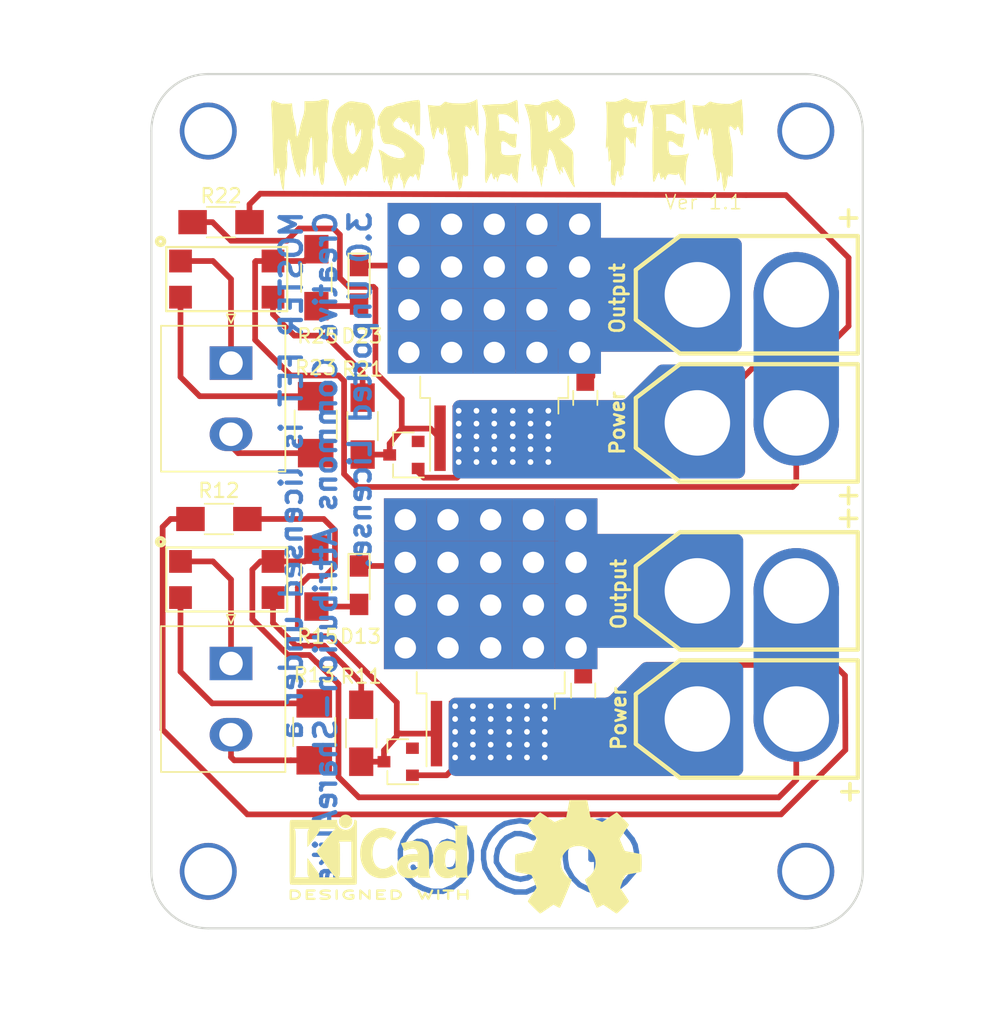
<source format=kicad_pcb>
(kicad_pcb (version 20171130) (host pcbnew "(5.1.5)-3")
  (title_block (title "MOSTER FET") (date 2020-03-14) (rev 1.1))
  (layers (0 F.Cu signal) (31 B.Cu signal) (35 F.Paste user) (36 B.SilkS user) (37 F.SilkS user) (38 B.Mask user) (39 F.Mask user) (44 Edge.Cuts user))
  (net 0 "")
  (net 1 GND)
  (net 2 +BATT)
  (net 3 "Net-(D11-Pad3)")
  (net 4 "Net-(D21-Pad3)")
  (net 5 "Net-(R23-Pad2)")
  (net 6 "Net-(CN21-Pad2)")
  (net 7 "Net-(CN11-Pad2)")
  (net 8 "Net-(R13-Pad2)")
  (net 9 "Net-(D23-Pad2)")
  (net 10 "Net-(R21-Pad1)")
  (net 11 "Net-(D13-Pad2)")
  (net 12 "Net-(R11-Pad1)")
  (net 13 "Net-(C11-Pad1)")
  (net 14 "Net-(C21-Pad1)")
  (net 15 "Net-(CN21-Pad1)")
  (net 16 "Net-(CN11-Pad1)")
  (module Symbols:Symbol_CreativeCommons_CopperTop_Type2_Small (layer B.Cu) (at 93.15 112 180)
    (fp_text reference REF** hide)
    (fp_text value Symbol_CreativeCommons_CopperTop_Type2_Small)
    (fp_line (start 0.74944 2.5003) (end 0.15 2.59936) (layer B.Cu) (width 0.381))
    (fp_line (start 1.15076 2.40124) (end 0.74944 2.5003) (layer B.Cu) (width 0.381))
    (fp_line (start 1.65114 2.09898) (end 1.15076 2.40124) (layer B.Cu) (width 0.381))
    (fp_line (start 2.14898 1.60114) (end 1.65114 2.09898) (layer B.Cu) (width 0.381))
    (fp_line (start 2.45124 1.10076) (end 2.14898 1.60114) (layer B.Cu) (width 0.381))
    (fp_line (start 2.64936 0.49878) (end 2.45124 1.10076) (layer B.Cu) (width 0.381))
    (fp_line (start 2.64936 -0.10066) (end 2.64936 0.49878) (layer B.Cu) (width 0.381))
    (fp_line (start 2.5503 -0.7001) (end 2.64936 -0.10066) (layer B.Cu) (width 0.381))
    (fp_line (start 2.14898 -1.40114) (end 2.5503 -0.7001) (layer B.Cu) (width 0.381))
    (fp_line (start 1.65114 -1.89898) (end 2.14898 -1.40114) (layer B.Cu) (width 0.381))
    (fp_line (start 1.04916 -2.20124) (end 1.65114 -1.89898) (layer B.Cu) (width 0.381))
    (fp_line (start 0.44972 -2.39936) (end 1.04916 -2.20124) (layer B.Cu) (width 0.381))
    (fp_line (start -0.35038 -2.39936) (end 0.44972 -2.39936) (layer B.Cu) (width 0.381))
    (fp_line (start -1.04888 -2.09964) (end -0.35038 -2.39936) (layer B.Cu) (width 0.381))
    (fp_line (start -1.54926 -1.70086) (end -1.04888 -2.09964) (layer B.Cu) (width 0.381))
    (fp_line (start -2.15124 -0.99982) (end -1.54926 -1.70086) (layer B.Cu) (width 0.381))
    (fp_line (start -2.34936 -0.19972) (end -2.15124 -0.99982) (layer B.Cu) (width 0.381))
    (fp_line (start -2.34936 0.39972) (end -2.34936 -0.19972) (layer B.Cu) (width 0.381))
    (fp_line (start -2.2503 0.9001) (end -2.34936 0.39972) (layer B.Cu) (width 0.381))
    (fp_line (start -2.04964 1.29888) (end -2.2503 0.9001) (layer B.Cu) (width 0.381))
    (fp_line (start -1.54926 1.90086) (end -2.04964 1.29888) (layer B.Cu) (width 0.381))
    (fp_line (start -1.04888 2.29964) (end -1.54926 1.90086) (layer B.Cu) (width 0.381))
    (fp_line (start -0.55104 2.5003) (end -1.04888 2.29964) (layer B.Cu) (width 0.381))
    (fp_line (start 0.05094 2.59936) (end -0.55104 2.5003) (layer B.Cu) (width 0.381))
    (fp_line (start 0.15 2.59936) (end 0.05094 2.59936) (layer B.Cu) (width 0.381))
    (fp_line (start -0.44944 -0.90076) (end -0.24878 -0.7001) (layer B.Cu) (width 0.381))
    (fp_line (start -0.85076 -0.90076) (end -0.44944 -0.90076) (layer B.Cu) (width 0.381))
    (fp_line (start -1.15048 -0.79916) (end -0.85076 -0.90076) (layer B.Cu) (width 0.381))
    (fp_line (start -1.35114 -0.49944) (end -1.15048 -0.79916) (layer B.Cu) (width 0.381))
    (fp_line (start -1.4502 0.00094) (end -1.35114 -0.49944) (layer B.Cu) (width 0.381))
    (fp_line (start -1.4502 0.39972) (end -1.4502 0.00094) (layer B.Cu) (width 0.381))
    (fp_line (start -1.35114 0.80104) (end -1.4502 0.39972) (layer B.Cu) (width 0.381))
    (fp_line (start -1.04888 0.99916) (end -1.35114 0.80104) (layer B.Cu) (width 0.381))
    (fp_line (start -0.6501 1.10076) (end -1.04888 0.99916) (layer B.Cu) (width 0.381))
    (fp_line (start -0.35038 0.99916) (end -0.6501 1.10076) (layer B.Cu) (width 0.381))
    (fp_line (start -0.24878 0.9001) (end -0.35038 0.99916) (layer B.Cu) (width 0.381))
    (fp_line (start 1.65114 -0.90076) (end 1.7502 -0.7001) (layer B.Cu) (width 0.381))
    (fp_line (start 1.34888 -0.90076) (end 1.65114 -0.90076) (layer B.Cu) (width 0.381))
    (fp_line (start 1.15076 -0.90076) (end 1.34888 -0.90076) (layer B.Cu) (width 0.381))
    (fp_line (start 0.74944 -0.7001) (end 1.15076 -0.90076) (layer B.Cu) (width 0.381))
    (fp_line (start 0.54878 -0.29878) (end 0.74944 -0.7001) (layer B.Cu) (width 0.381))
    (fp_line (start 0.54878 0.1) (end 0.54878 -0.29878) (layer B.Cu) (width 0.381))
    (fp_line (start 0.65038 0.60038) (end 0.54878 0.1) (layer B.Cu) (width 0.381))
    (fp_line (start 0.85104 0.99916) (end 0.65038 0.60038) (layer B.Cu) (width 0.381))
    (fp_line (start 1.15076 1.10076) (end 0.85104 0.99916) (layer B.Cu) (width 0.381))
    (fp_line (start 1.45048 1.10076) (end 1.15076 1.10076) (layer B.Cu) (width 0.381))
    (fp_line (start 1.65114 0.99916) (end 1.45048 1.10076) (layer B.Cu) (width 0.381))
    (fp_line (start 1.7502 0.9001) (end 1.65114 0.99916) (layer B.Cu) (width 0.381))
  )
  (module Symbols:Symbol_CC-ShareAlike_CopperTop_Small (layer B.Cu) (at 98.85 111.95 180)
    (fp_text reference REF** hide)
    (fp_text value Symbol_CC-ShareAlike_CopperTop_Small)
    (fp_line (start 0.59944 2.4003) (end 0 2.49936) (layer B.Cu) (width 0.381))
    (fp_line (start 1.00076 2.30124) (end 0.59944 2.4003) (layer B.Cu) (width 0.381))
    (fp_line (start 1.50114 1.99898) (end 1.00076 2.30124) (layer B.Cu) (width 0.381))
    (fp_line (start 1.99898 1.50114) (end 1.50114 1.99898) (layer B.Cu) (width 0.381))
    (fp_line (start 2.30124 1.00076) (end 1.99898 1.50114) (layer B.Cu) (width 0.381))
    (fp_line (start 2.49936 0.39878) (end 2.30124 1.00076) (layer B.Cu) (width 0.381))
    (fp_line (start 2.49936 -0.20066) (end 2.49936 0.39878) (layer B.Cu) (width 0.381))
    (fp_line (start 2.4003 -0.8001) (end 2.49936 -0.20066) (layer B.Cu) (width 0.381))
    (fp_line (start 1.99898 -1.50114) (end 2.4003 -0.8001) (layer B.Cu) (width 0.381))
    (fp_line (start 1.50114 -1.99898) (end 1.99898 -1.50114) (layer B.Cu) (width 0.381))
    (fp_line (start 0.89916 -2.30124) (end 1.50114 -1.99898) (layer B.Cu) (width 0.381))
    (fp_line (start 0.29972 -2.49936) (end 0.89916 -2.30124) (layer B.Cu) (width 0.381))
    (fp_line (start -0.50038 -2.49936) (end 0.29972 -2.49936) (layer B.Cu) (width 0.381))
    (fp_line (start -1.19888 -2.19964) (end -0.50038 -2.49936) (layer B.Cu) (width 0.381))
    (fp_line (start -1.69926 -1.80086) (end -1.19888 -2.19964) (layer B.Cu) (width 0.381))
    (fp_line (start -2.30124 -1.09982) (end -1.69926 -1.80086) (layer B.Cu) (width 0.381))
    (fp_line (start -2.49936 -0.29972) (end -2.30124 -1.09982) (layer B.Cu) (width 0.381))
    (fp_line (start -2.49936 0.29972) (end -2.49936 -0.29972) (layer B.Cu) (width 0.381))
    (fp_line (start -2.4003 0.8001) (end -2.49936 0.29972) (layer B.Cu) (width 0.381))
    (fp_line (start -2.19964 1.19888) (end -2.4003 0.8001) (layer B.Cu) (width 0.381))
    (fp_line (start -1.69926 1.80086) (end -2.19964 1.19888) (layer B.Cu) (width 0.381))
    (fp_line (start -1.19888 2.19964) (end -1.69926 1.80086) (layer B.Cu) (width 0.381))
    (fp_line (start -0.70104 2.4003) (end -1.19888 2.19964) (layer B.Cu) (width 0.381))
    (fp_line (start -0.09906 2.49936) (end -0.70104 2.4003) (layer B.Cu) (width 0.381))
    (fp_line (start 0 2.49936) (end -0.09906 2.49936) (layer B.Cu) (width 0.381))
    (fp_line (start -0.50038 1.50114) (end -1.00076 1.30048) (layer B.Cu) (width 0.381))
    (fp_line (start -0.09906 1.6002) (end -0.50038 1.50114) (layer B.Cu) (width 0.381))
    (fp_line (start 0.29972 1.6002) (end -0.09906 1.6002) (layer B.Cu) (width 0.381))
    (fp_line (start 0.89916 1.30048) (end 0.29972 1.6002) (layer B.Cu) (width 0.381))
    (fp_line (start 1.19888 1.00076) (end 0.89916 1.30048) (layer B.Cu) (width 0.381))
    (fp_line (start 1.50114 0.50038) (end 1.19888 1.00076) (layer B.Cu) (width 0.381))
    (fp_line (start 1.6002 0) (end 1.50114 0.50038) (layer B.Cu) (width 0.381))
    (fp_line (start 1.6002 -0.39878) (end 1.6002 0) (layer B.Cu) (width 0.381))
    (fp_line (start 1.30048 -0.89916) (end 1.6002 -0.39878) (layer B.Cu) (width 0.381))
    (fp_line (start 0.89916 -1.30048) (end 1.30048 -0.89916) (layer B.Cu) (width 0.381))
    (fp_line (start 0.39878 -1.50114) (end 0.89916 -1.30048) (layer B.Cu) (width 0.381))
    (fp_line (start -0.09906 -1.6002) (end 0.39878 -1.50114) (layer B.Cu) (width 0.381))
    (fp_line (start -0.59944 -1.50114) (end -0.09906 -1.6002) (layer B.Cu) (width 0.381))
    (fp_line (start -1.09982 -1.19888) (end -0.59944 -1.50114) (layer B.Cu) (width 0.381))
  )
  (module Symbols:Symbol_CC-Attribution_CopperTop_Small (layer B.Cu) (at 104.6 111.95 180)
    (fp_text reference REF** hide)
    (fp_text value Symbol_CC-Attribution_CopperTop_Small)
    (fp_line (start 0.59944 2.4003) (end 0 2.49936) (layer B.Cu) (width 0.381))
    (fp_line (start 1.00076 2.30124) (end 0.59944 2.4003) (layer B.Cu) (width 0.381))
    (fp_line (start 1.50114 1.99898) (end 1.00076 2.30124) (layer B.Cu) (width 0.381))
    (fp_line (start 1.99898 1.50114) (end 1.50114 1.99898) (layer B.Cu) (width 0.381))
    (fp_line (start 2.30124 1.00076) (end 1.99898 1.50114) (layer B.Cu) (width 0.381))
    (fp_line (start 2.49936 0.39878) (end 2.30124 1.00076) (layer B.Cu) (width 0.381))
    (fp_line (start 2.49936 -0.20066) (end 2.49936 0.39878) (layer B.Cu) (width 0.381))
    (fp_line (start 2.4003 -0.8001) (end 2.49936 -0.20066) (layer B.Cu) (width 0.381))
    (fp_line (start 1.99898 -1.50114) (end 2.4003 -0.8001) (layer B.Cu) (width 0.381))
    (fp_line (start 1.50114 -1.99898) (end 1.99898 -1.50114) (layer B.Cu) (width 0.381))
    (fp_line (start 0.89916 -2.30124) (end 1.50114 -1.99898) (layer B.Cu) (width 0.381))
    (fp_line (start 0.29972 -2.49936) (end 0.89916 -2.30124) (layer B.Cu) (width 0.381))
    (fp_line (start -0.50038 -2.49936) (end 0.29972 -2.49936) (layer B.Cu) (width 0.381))
    (fp_line (start -1.19888 -2.19964) (end -0.50038 -2.49936) (layer B.Cu) (width 0.381))
    (fp_line (start -1.69926 -1.80086) (end -1.19888 -2.19964) (layer B.Cu) (width 0.381))
    (fp_line (start -2.30124 -1.09982) (end -1.69926 -1.80086) (layer B.Cu) (width 0.381))
    (fp_line (start -2.49936 -0.29972) (end -2.30124 -1.09982) (layer B.Cu) (width 0.381))
    (fp_line (start -2.49936 0.29972) (end -2.49936 -0.29972) (layer B.Cu) (width 0.381))
    (fp_line (start -2.4003 0.8001) (end -2.49936 0.29972) (layer B.Cu) (width 0.381))
    (fp_line (start -2.19964 1.19888) (end -2.4003 0.8001) (layer B.Cu) (width 0.381))
    (fp_line (start -1.69926 1.80086) (end -2.19964 1.19888) (layer B.Cu) (width 0.381))
    (fp_line (start -1.19888 2.19964) (end -1.69926 1.80086) (layer B.Cu) (width 0.381))
    (fp_line (start -0.70104 2.4003) (end -1.19888 2.19964) (layer B.Cu) (width 0.381))
    (fp_line (start -0.09906 2.49936) (end -0.70104 2.4003) (layer B.Cu) (width 0.381))
    (fp_line (start 0 2.49936) (end -0.09906 2.49936) (layer B.Cu) (width 0.381))
    (fp_circle (center 0 1.69926) (end 0.09906 1.39954) (layer B.Cu) (width 0.381))
    (fp_line (start -0.8001 -0.20066) (end -0.8001 1.00076) (layer B.Cu) (width 0.381))
    (fp_line (start 0.70104 -0.20066) (end -0.8001 -0.20066) (layer B.Cu) (width 0.381))
    (fp_line (start 0.70104 1.00076) (end 0.70104 -0.20066) (layer B.Cu) (width 0.381))
    (fp_line (start -0.8001 1.00076) (end 0.70104 1.00076) (layer B.Cu) (width 0.381))
    (fp_line (start -0.29972 -1.80086) (end 0.20066 -1.80086) (layer B.Cu) (width 0.381))
    (fp_line (start -0.29972 -0.29972) (end -0.29972 -1.80086) (layer B.Cu) (width 0.381))
    (fp_line (start 0.29972 -1.80086) (end 0.29972 -0.20066) (layer B.Cu) (width 0.381))
    (fp_line (start 0.09906 -1.80086) (end 0.29972 -1.80086) (layer B.Cu) (width 0.381))
    (fp_line (start 0 -0.29972) (end 0 -1.6002) (layer B.Cu) (width 0.381))
    (fp_line (start -0.8001 0.09906) (end 0.50038 0.09906) (layer B.Cu) (width 0.381))
    (fp_line (start 0.50038 0.39878) (end -0.70104 0.39878) (layer B.Cu) (width 0.381))
    (fp_line (start -0.70104 0.70104) (end 0.59944 0.70104) (layer B.Cu) (width 0.381))
    (fp_line (start 0 1.89992) (end 0 1.50114) (layer B.Cu) (width 0.381))
  )
  (module MyLib:MOSTER_FET_LOGO_2 (layer F.Cu) (at 98 62)
    (fp_text reference G*** hide)
    (fp_text value LOGO hide)
  )
  (module MyLib:TO-263-6-SMALL_HeatSunk (layer F.Cu) (at 97.1 76.8 90)
    (fp_text reference Q21 hide)
    (fp_text value AUIRFSA8409-7P)
    (pad 7 smd rect (at -5.775 3.81 90) (size 4.6 0.8) (layers F.Cu F.Paste F.Mask) (net 1 GND))
    (pad 6 smd rect (at -5.775 2.54 90) (size 4.6 0.8) (layers F.Cu F.Paste F.Mask) (net 1 GND))
    (pad 5 smd rect (at -5.775 1.27 90) (size 4.6 0.8) (layers F.Cu F.Paste F.Mask) (net 1 GND))
    (pad 3 smd rect (at -5.775 -1.27 90) (size 4.6 0.8) (layers F.Cu F.Paste F.Mask) (net 1 GND))
    (pad 2 smd rect (at -5.775 -2.54 90) (size 4.6 0.8) (layers F.Cu F.Paste F.Mask) (net 1 GND))
    (pad 1 smd rect (at -5.775 -3.81 90) (size 4.6 0.8) (layers F.Cu F.Paste F.Mask) (net 4 "Net-(D21-Pad3)"))
    (pad 4 thru_hole rect (at 0.25 6 90) (size 3 3) (drill 1.5) (layers *.Cu *.Mask) (net 14 "Net-(C21-Pad1)"))
    (pad 4 thru_hole rect (at 3.25 6 90) (size 3 3) (drill 1.5) (layers *.Cu *.Mask) (net 14 "Net-(C21-Pad1)"))
    (pad 4 thru_hole rect (at 6.25 6 90) (size 3 3) (drill 1.5) (layers *.Cu *.Mask) (net 14 "Net-(C21-Pad1)"))
    (pad 4 thru_hole rect (at 9.25 6 90) (size 3 3) (drill 1.5) (layers *.Cu *.Mask) (net 14 "Net-(C21-Pad1)"))
    (pad 4 thru_hole rect (at 0.25 -6 90) (size 3 3) (drill 1.5) (layers *.Cu *.Mask) (net 14 "Net-(C21-Pad1)"))
    (pad 4 thru_hole rect (at 3.25 -6 90) (size 3 3) (drill 1.5) (layers *.Cu *.Mask) (net 14 "Net-(C21-Pad1)"))
    (pad 4 thru_hole rect (at 9.25 -6 90) (size 3 3) (drill 1.5) (layers *.Cu *.Mask) (net 14 "Net-(C21-Pad1)"))
    (pad 4 thru_hole rect (at 6.25 -6 90) (size 3 3) (drill 1.5) (layers *.Cu *.Mask) (net 14 "Net-(C21-Pad1)"))
    (pad 4 thru_hole rect (at 9.25 3 90) (size 3 3) (drill 1.5) (layers *.Cu *.Mask) (net 14 "Net-(C21-Pad1)"))
    (pad 4 thru_hole rect (at 9.25 0 90) (size 3 3) (drill 1.5) (layers *.Cu *.Mask) (net 14 "Net-(C21-Pad1)"))
    (pad 4 thru_hole rect (at 9.25 -3 90) (size 3 3) (drill 1.5) (layers *.Cu *.Mask) (net 14 "Net-(C21-Pad1)"))
    (pad 4 thru_hole rect (at 6.25 -3 90) (size 3 3) (drill 1.5) (layers *.Cu *.Mask) (net 14 "Net-(C21-Pad1)"))
    (pad 4 thru_hole rect (at 6.25 3 90) (size 3 3) (drill 1.5) (layers *.Cu *.Mask) (net 14 "Net-(C21-Pad1)"))
    (pad 4 thru_hole rect (at 6.25 0 90) (size 3 3) (drill 1.5) (layers *.Cu *.Mask) (net 14 "Net-(C21-Pad1)"))
    (pad 4 thru_hole rect (at 3.25 -3 90) (size 3 3) (drill 1.5) (layers *.Cu *.Mask) (net 14 "Net-(C21-Pad1)"))
    (pad 4 thru_hole rect (at 3.25 3 90) (size 3 3) (drill 1.5) (layers *.Cu *.Mask) (net 14 "Net-(C21-Pad1)"))
    (pad 4 thru_hole rect (at 3.25 0 90) (size 3 3) (drill 1.5) (layers *.Cu *.Mask) (net 14 "Net-(C21-Pad1)"))
    (pad 4 thru_hole rect (at 0.25 -3 90) (size 3 3) (drill 1.5) (layers *.Cu *.Mask) (net 14 "Net-(C21-Pad1)"))
    (pad 4 thru_hole rect (at 0.25 3 90) (size 3 3) (drill 1.5) (layers *.Cu *.Mask) (net 14 "Net-(C21-Pad1)"))
    (pad 4 thru_hole rect (at 0.25 0 90) (size 3 3) (drill 1.5) (layers *.Cu *.Mask) (net 14 "Net-(C21-Pad1)"))
  )
  (module Capacitors_SMD:C_0805_HandSoldering (layer F.Cu) (at 103.5 79.75 270)
    (fp_text reference C21 hide)
    (fp_text value 10000pF)
    (pad 2 smd rect (at 1.25 0 270) (size 1.5 1.25) (layers F.Cu F.Paste F.Mask) (net 1 GND))
    (pad 1 smd rect (at -1.25 0 270) (size 1.5 1.25) (layers F.Cu F.Paste F.Mask) (net 14 "Net-(C21-Pad1)"))
  )
  (module MyLib:TO-263-6-SMALL_HeatSunk (layer F.Cu) (at 96.85 97.55 90)
    (fp_text reference Q11 hide)
    (fp_text value AUIRFSA8409-7P)
    (pad 7 smd rect (at -5.775 3.81 90) (size 4.6 0.8) (layers F.Cu F.Paste F.Mask) (net 1 GND))
    (pad 6 smd rect (at -5.775 2.54 90) (size 4.6 0.8) (layers F.Cu F.Paste F.Mask) (net 1 GND))
    (pad 5 smd rect (at -5.775 1.27 90) (size 4.6 0.8) (layers F.Cu F.Paste F.Mask) (net 1 GND))
    (pad 3 smd rect (at -5.775 -1.27 90) (size 4.6 0.8) (layers F.Cu F.Paste F.Mask) (net 1 GND))
    (pad 2 smd rect (at -5.775 -2.54 90) (size 4.6 0.8) (layers F.Cu F.Paste F.Mask) (net 1 GND))
    (pad 1 smd rect (at -5.775 -3.81 90) (size 4.6 0.8) (layers F.Cu F.Paste F.Mask) (net 3 "Net-(D11-Pad3)"))
    (pad 4 thru_hole rect (at 0.25 6 90) (size 3 3) (drill 1.5) (layers *.Cu *.Mask) (net 13 "Net-(C11-Pad1)"))
    (pad 4 thru_hole rect (at 3.25 6 90) (size 3 3) (drill 1.5) (layers *.Cu *.Mask) (net 13 "Net-(C11-Pad1)"))
    (pad 4 thru_hole rect (at 6.25 6 90) (size 3 3) (drill 1.5) (layers *.Cu *.Mask) (net 13 "Net-(C11-Pad1)"))
    (pad 4 thru_hole rect (at 9.25 6 90) (size 3 3) (drill 1.5) (layers *.Cu *.Mask) (net 13 "Net-(C11-Pad1)"))
    (pad 4 thru_hole rect (at 0.25 -6 90) (size 3 3) (drill 1.5) (layers *.Cu *.Mask) (net 13 "Net-(C11-Pad1)"))
    (pad 4 thru_hole rect (at 3.25 -6 90) (size 3 3) (drill 1.5) (layers *.Cu *.Mask) (net 13 "Net-(C11-Pad1)"))
    (pad 4 thru_hole rect (at 9.25 -6 90) (size 3 3) (drill 1.5) (layers *.Cu *.Mask) (net 13 "Net-(C11-Pad1)"))
    (pad 4 thru_hole rect (at 6.25 -6 90) (size 3 3) (drill 1.5) (layers *.Cu *.Mask) (net 13 "Net-(C11-Pad1)"))
    (pad 4 thru_hole rect (at 9.25 3 90) (size 3 3) (drill 1.5) (layers *.Cu *.Mask) (net 13 "Net-(C11-Pad1)"))
    (pad 4 thru_hole rect (at 9.25 0 90) (size 3 3) (drill 1.5) (layers *.Cu *.Mask) (net 13 "Net-(C11-Pad1)"))
    (pad 4 thru_hole rect (at 9.25 -3 90) (size 3 3) (drill 1.5) (layers *.Cu *.Mask) (net 13 "Net-(C11-Pad1)"))
    (pad 4 thru_hole rect (at 6.25 -3 90) (size 3 3) (drill 1.5) (layers *.Cu *.Mask) (net 13 "Net-(C11-Pad1)"))
    (pad 4 thru_hole rect (at 6.25 3 90) (size 3 3) (drill 1.5) (layers *.Cu *.Mask) (net 13 "Net-(C11-Pad1)"))
    (pad 4 thru_hole rect (at 6.25 0 90) (size 3 3) (drill 1.5) (layers *.Cu *.Mask) (net 13 "Net-(C11-Pad1)"))
    (pad 4 thru_hole rect (at 3.25 -3 90) (size 3 3) (drill 1.5) (layers *.Cu *.Mask) (net 13 "Net-(C11-Pad1)"))
    (pad 4 thru_hole rect (at 3.25 3 90) (size 3 3) (drill 1.5) (layers *.Cu *.Mask) (net 13 "Net-(C11-Pad1)"))
    (pad 4 thru_hole rect (at 3.25 0 90) (size 3 3) (drill 1.5) (layers *.Cu *.Mask) (net 13 "Net-(C11-Pad1)"))
    (pad 4 thru_hole rect (at 0.25 -3 90) (size 3 3) (drill 1.5) (layers *.Cu *.Mask) (net 13 "Net-(C11-Pad1)"))
    (pad 4 thru_hole rect (at 0.25 3 90) (size 3 3) (drill 1.5) (layers *.Cu *.Mask) (net 13 "Net-(C11-Pad1)"))
    (pad 4 thru_hole rect (at 0.25 0 90) (size 3 3) (drill 1.5) (layers *.Cu *.Mask) (net 13 "Net-(C11-Pad1)"))
  )
  (module Mounting_Holes:MountingHole_3.2mm_M3 (layer F.Cu) (at 76 114)
    (fp_text reference H4 hide)
    (fp_text value "M3 Clearance Hole" hide)
    (pad "" np_thru_hole circle (at 1 -1) (size 4 4) (drill 3.35) (layers *.Cu *.Mask F.Adhes))
  )
  (module Mounting_Holes:MountingHole_3.2mm_M3 (layer F.Cu) (at 118 84)
    (fp_text reference H2 hide)
    (fp_text value "M3 Clearance Hole" hide)
    (pad "" np_thru_hole circle (at 1 -23) (size 4 4) (drill 3.35) (layers *.Cu *.Mask))
  )
  (module TO_SOT_Packages_SMD:SOT-23 (layer F.Cu) (at 90.75 83.75 180)
    (fp_text reference D21 hide)
    (fp_text value 15V)
    (pad 3 smd rect (at 1 0 180) (size 0.9 0.8) (layers F.Cu F.Paste F.Mask) (net 4 "Net-(D21-Pad3)"))
    (pad 2 smd rect (at -1 0.95 180) (size 0.9 0.8) (layers F.Cu F.Paste F.Mask))
    (pad 1 smd rect (at -1 -0.95 180) (size 0.9 0.8) (layers F.Cu F.Paste F.Mask) (net 1 GND))
  )
  (module Connectors_JST:JST_NV_B02P-NV_2x5.00mm_Vertical (layer F.Cu) (at 78.6 77.3 270)
    (fp_text reference CN21 hide)
    (fp_text value Jumper_NC_Small)
    (pad 2 thru_hole oval (at 5 0 270) (size 2.35 3) (drill 1.65) (layers *.Cu *.Mask) (net 6 "Net-(CN21-Pad2)"))
    (pad 1 thru_hole rect (at 0 0 270) (size 2.35 3) (drill 1.65) (layers *.Cu *.Mask) (net 15 "Net-(CN21-Pad1)"))
  )
  (module MyLib:XT60 (layer F.Cu) (at 114.85 72.5 180)
    (fp_text reference J22 hide)
    (fp_text value XT-60-F hide)
    (fp_text user + (at -7.15 5.5 180) (layer F.SilkS) (effects (font (size 1.5 1.5) (thickness 0.25))))
    (pad 2 thru_hole circle (at 3.475 0 180) (size 6 6) (drill 4.6) (layers *.Cu *.Mask) (net 14 "Net-(C21-Pad1)"))
    (pad 1 thru_hole circle (at -3.475 0 180) (size 6 6) (drill 4.6) (layers *.Cu *.Mask) (net 2 +BATT))
  )
  (module Resistors_SMD:R_1206_HandSoldering (layer F.Cu) (at 84.6 71.3 270)
    (fp_text reference R25 (at 4.1 -0.1) (layer F.SilkS))
    (fp_text value 3.6K)
    (pad 1 smd rect (at -2 0 270) (size 2 1.7) (layers F.Cu F.Paste F.Mask) (net 2 +BATT))
    (pad 2 smd rect (at 2 0 270) (size 2 1.7) (layers F.Cu F.Paste F.Mask) (net 9 "Net-(D23-Pad2)"))
  )
  (module MyLib:XT60 (layer F.Cu) (at 114.85 81.5 180)
    (fp_text reference J21 hide)
    (fp_text value XT-60-M hide)
    (fp_text user + (at -7.15 -5 180) (layer F.SilkS) (effects (font (size 1.5 1.5) (thickness 0.25))))
    (pad 2 thru_hole circle (at 3.475 0 180) (size 6 6) (drill 4.6) (layers *.Cu *.Mask) (net 1 GND))
    (pad 1 thru_hole circle (at -3.475 0 180) (size 6 6) (drill 4.6) (layers *.Cu *.Mask) (net 2 +BATT))
  )
  (module MyLib:TLP182 (layer F.Cu) (at 78.3 71.4)
    (fp_text reference U21 hide)
    (fp_text value TLP182 hide)
    (pad 4 smd rect (at 3.25 1.27) (size 1.6 1.6) (layers F.Cu F.Paste F.Mask) (net 10 "Net-(R21-Pad1)"))
    (pad 3 smd rect (at -3.25 1.27) (size 1.6 1.6) (layers F.Cu F.Paste F.Mask) (net 5 "Net-(R23-Pad2)"))
    (pad 1 smd rect (at -3.25 -1.27) (size 1.6 1.6) (layers F.Cu F.Paste F.Mask) (net 15 "Net-(CN21-Pad1)"))
    (pad 6 smd rect (at 3.25 -1.27) (size 1.6 1.6) (layers F.Cu F.Paste F.Mask) (net 2 +BATT))
  )
  (module Resistors_SMD:R_1206_HandSoldering (layer F.Cu) (at 87.85 81.725 270)
    (fp_text reference R21 (at -4 0) (layer F.SilkS))
    (fp_text value 1.0K)
    (pad 2 smd rect (at 2 0 270) (size 2 1.7) (layers F.Cu F.Paste F.Mask) (net 4 "Net-(D21-Pad3)"))
    (pad 1 smd rect (at -2 0 270) (size 2 1.7) (layers F.Cu F.Paste F.Mask) (net 10 "Net-(R21-Pad1)"))
  )
  (module LEDs:LED_0805_HandSoldering (layer F.Cu) (at 87.6 71.8 270)
    (fp_text reference D23 (at 3.6 -0.2) (layer F.SilkS))
    (fp_text value ~)
    (pad 2 smd rect (at 1.35 0 270) (size 1.5 1.3) (layers F.Cu F.Paste F.Mask) (net 9 "Net-(D23-Pad2)"))
    (pad 1 smd rect (at -1.35 0 270) (size 1.5 1.3) (layers F.Cu F.Paste F.Mask) (net 14 "Net-(C21-Pad1)"))
  )
  (module Resistors_SMD:R_1210_HandSoldering (layer F.Cu) (at 84.55 81.625 90)
    (fp_text reference R23 (at 4 0) (layer F.SilkS))
    (fp_text value 1.99K)
    (pad 2 smd rect (at 2 0 90) (size 2 2.5) (layers F.Cu F.Paste F.Mask) (net 5 "Net-(R23-Pad2)"))
    (pad 1 smd rect (at -2 0 90) (size 2 2.5) (layers F.Cu F.Paste F.Mask) (net 6 "Net-(CN21-Pad2)"))
  )
  (module TO_SOT_Packages_SMD:SOT-23 (layer F.Cu) (at 90.35 105.3 180)
    (fp_text reference D11 hide)
    (fp_text value 15V)
    (pad 1 smd rect (at -1 -0.95 180) (size 0.9 0.8) (layers F.Cu F.Paste F.Mask) (net 1 GND))
    (pad 2 smd rect (at -1 0.95 180) (size 0.9 0.8) (layers F.Cu F.Paste F.Mask))
    (pad 3 smd rect (at 1 0 180) (size 0.9 0.8) (layers F.Cu F.Paste F.Mask) (net 3 "Net-(D11-Pad3)"))
  )
  (module Resistors_SMD:R_1206_HandSoldering (layer F.Cu) (at 87.75 103.3 270)
    (fp_text reference R11 (at -4 0) (layer F.SilkS))
    (fp_text value 1.0K)
    (pad 1 smd rect (at -2 0 270) (size 2 1.7) (layers F.Cu F.Paste F.Mask) (net 12 "Net-(R11-Pad1)"))
    (pad 2 smd rect (at 2 0 270) (size 2 1.7) (layers F.Cu F.Paste F.Mask) (net 3 "Net-(D11-Pad3)"))
  )
  (module Resistors_SMD:R_1210_HandSoldering (layer F.Cu) (at 84.45 103.2 90)
    (fp_text reference R13 (at 4 0) (layer F.SilkS))
    (fp_text value 1.99K)
    (pad 1 smd rect (at -2 0 90) (size 2 2.5) (layers F.Cu F.Paste F.Mask) (net 7 "Net-(CN11-Pad2)"))
    (pad 2 smd rect (at 2 0 90) (size 2 2.5) (layers F.Cu F.Paste F.Mask) (net 8 "Net-(R13-Pad2)"))
  )
  (module MyLib:XT60 (layer F.Cu) (at 114.85 102.3 180)
    (fp_text reference J11 hide)
    (fp_text value XT-60-M hide)
    (fp_text user + (at -7.15 14.2 180) (layer F.SilkS) (effects (font (size 1.5 1.5) (thickness 0.25))))
    (pad 1 thru_hole circle (at -3.475 0 180) (size 6 6) (drill 4.6) (layers *.Cu *.Mask) (net 2 +BATT))
    (pad 2 thru_hole circle (at 3.475 0 180) (size 6 6) (drill 4.6) (layers *.Cu *.Mask) (net 1 GND))
  )
  (module MyLib:TLP182 (layer F.Cu) (at 78.3 92.5)
    (fp_text reference U11 hide)
    (fp_text value TLP182 hide)
    (pad 6 smd rect (at 3.25 -1.27) (size 1.6 1.6) (layers F.Cu F.Paste F.Mask) (net 2 +BATT))
    (pad 1 smd rect (at -3.25 -1.27) (size 1.6 1.6) (layers F.Cu F.Paste F.Mask) (net 16 "Net-(CN11-Pad1)"))
    (pad 3 smd rect (at -3.25 1.27) (size 1.6 1.6) (layers F.Cu F.Paste F.Mask) (net 8 "Net-(R13-Pad2)"))
    (pad 4 smd rect (at 3.25 1.27) (size 1.6 1.6) (layers F.Cu F.Paste F.Mask) (net 12 "Net-(R11-Pad1)"))
  )
  (module LEDs:LED_0805_HandSoldering (layer F.Cu) (at 87.6 92.9 270)
    (fp_text reference D13 (at 3.6 -0.1) (layer F.SilkS))
    (fp_text value ~)
    (pad 1 smd rect (at -1.35 0 270) (size 1.5 1.3) (layers F.Cu F.Paste F.Mask) (net 13 "Net-(C11-Pad1)"))
    (pad 2 smd rect (at 1.35 0 270) (size 1.5 1.3) (layers F.Cu F.Paste F.Mask) (net 11 "Net-(D13-Pad2)"))
  )
  (module Capacitors_SMD:C_0805_HandSoldering (layer F.Cu) (at 103.35 100.3 270)
    (fp_text reference C11 hide)
    (fp_text value 10000pF)
    (pad 1 smd rect (at -1.25 0 270) (size 1.5 1.25) (layers F.Cu F.Paste F.Mask) (net 13 "Net-(C11-Pad1)"))
    (pad 2 smd rect (at 1.25 0 270) (size 1.5 1.25) (layers F.Cu F.Paste F.Mask) (net 1 GND))
  )
  (module Connectors_JST:JST_NV_B02P-NV_2x5.00mm_Vertical (layer F.Cu) (at 78.6 98.4 270)
    (fp_text reference CN11 hide)
    (fp_text value Jumper_NC_Small)
    (pad 1 thru_hole rect (at 0 0 270) (size 2.35 3) (drill 1.65) (layers *.Cu *.Mask) (net 16 "Net-(CN11-Pad1)"))
    (pad 2 thru_hole oval (at 5 0 270) (size 2.35 3) (drill 1.65) (layers *.Cu *.Mask) (net 7 "Net-(CN11-Pad2)"))
  )
  (module MyLib:XT60 (layer F.Cu) (at 114.85 93.3 180)
    (fp_text reference J12 hide)
    (fp_text value XT-60-F hide)
    (fp_text user + (at -7.25 -14 180) (layer F.SilkS) (effects (font (size 1.5 1.5) (thickness 0.25))))
    (pad 1 thru_hole circle (at -3.475 0 180) (size 6 6) (drill 4.6) (layers *.Cu *.Mask) (net 2 +BATT))
    (pad 2 thru_hole circle (at 3.475 0 180) (size 6 6) (drill 4.6) (layers *.Cu *.Mask) (net 13 "Net-(C11-Pad1)"))
  )
  (module Resistors_SMD:R_1206_HandSoldering (layer F.Cu) (at 84.6 92.4 270)
    (fp_text reference R15 (at 4.1 -0.1) (layer F.SilkS))
    (fp_text value 3.6K)
    (pad 2 smd rect (at 2 0 270) (size 2 1.7) (layers F.Cu F.Paste F.Mask) (net 11 "Net-(D13-Pad2)"))
    (pad 1 smd rect (at -2 0 270) (size 2 1.7) (layers F.Cu F.Paste F.Mask) (net 2 +BATT))
  )
  (module Mounting_Holes:MountingHole_3.2mm_M3 (layer F.Cu) (at 118 114)
    (fp_text reference H3 hide)
    (fp_text value "M3 Clearance Hole" hide)
    (pad "" np_thru_hole circle (at 1 -1) (size 4 4) (drill 3.35) (layers *.Cu *.Mask))
  )
  (module Mounting_Holes:MountingHole_3.2mm_M3 (layer F.Cu) (at 77 86)
    (fp_text reference H1 hide)
    (fp_text value "M3 Clearance Hole" hide)
    (pad "" np_thru_hole circle (at 0 -25) (size 4 4) (drill 3.35) (layers *.Cu *.Mask))
  )
  (module Symbols:KiCad-Logo2_6mm_SilkScreen (layer F.Cu) (at 89 112)
    (fp_text reference REF*** hide)
    (fp_text value KiCad-Logo2_6mm_SilkScreen hide)
  )
  (module Symbols:OSHW-Symbol_8.9x8mm_SilkScreen (layer F.Cu) (at 103 112)
    (fp_text reference LO1 hide)
    (fp_text value Logo_Open_Hardware_Large hide)
  )
  (module Resistors_SMD:R_1206_HandSoldering (layer F.Cu) (at 77.75 88.25 180)
    (fp_text reference R12 (at 0 2) (layer F.SilkS))
    (fp_text value 10K)
    (pad 1 smd rect (at -2 0 180) (size 2 1.7) (layers F.Cu F.Paste F.Mask) (net 3 "Net-(D11-Pad3)"))
    (pad 2 smd rect (at 2 0 180) (size 2 1.7) (layers F.Cu F.Paste F.Mask) (net 1 GND))
  )
  (module Resistors_SMD:R_1206_HandSoldering (layer F.Cu) (at 77.9 67.4)
    (fp_text reference R22 (at 0 -1.85) (layer F.SilkS))
    (fp_text value 10K)
    (pad 2 smd rect (at 2 0) (size 2 1.7) (layers F.Cu F.Paste F.Mask) (net 1 GND))
    (pad 1 smd rect (at -2 0) (size 2 1.7) (layers F.Cu F.Paste F.Mask) (net 4 "Net-(D21-Pad3)"))
  )
  (gr_arc (start 77 61) (end 77 57) (angle -90) (layer Edge.Cuts) (width 0.15))
  (gr_arc (start 77 113) (end 73 113) (angle -90) (layer Edge.Cuts) (width 0.15))
  (gr_arc (start 119 113) (end 119 117) (angle -90) (layer Edge.Cuts) (width 0.15))
  (gr_arc (start 119 61) (end 123 61) (angle -90) (layer Edge.Cuts) (width 0.15))
  (gr_text "MOSTER FET is licensed under a\nCreative Commons Attribution-ShareAlike \n3.0 Unported License." (at 85.25 66.5 90) (layer B.Cu) (effects (font (size 1.5 1.5) (thickness 0.3)) (justify left mirror)))
  (gr_text Output (at 105.85 93.525 90) (layer F.SilkS) (effects (font (size 1 1) (thickness 0.2))))
  (gr_text Power (at 105.85 102.25 90) (layer F.SilkS) (effects (font (size 1 1) (thickness 0.2))))
  (gr_text Output (at 105.75 72.75 90) (layer F.SilkS) (effects (font (size 1 1) (thickness 0.2))))
  (gr_text Power (at 105.75 81.5 90) (layer F.SilkS) (effects (font (size 1 1) (thickness 0.2))))
  (gr_line (start 77 117) (end 119 117) (layer Edge.Cuts) (width 0.15))
  (gr_line (start 77 57) (end 119 57) (layer Edge.Cuts) (width 0.15))
  (gr_line (start 123 113) (end 123 61) (layer Edge.Cuts) (width 0.15))
  (gr_line (start 73 113) (end 73 61) (layer Edge.Cuts) (width 0.15))
  (gr_text "Ver 1.1" (at 109 66) (layer F.SilkS) (effects (font (size 1 1) (thickness 0.1)) (justify left)))
  (via (at 100.65 102.3) (size 0.6) (drill 0.4) (layers F.Cu B.Cu) (net 1))
  (via (at 98.15 103.2) (size 0.6) (drill 0.4) (layers F.Cu B.Cu) (net 1))
  (via (at 98.15 101.4) (size 0.6) (drill 0.4) (layers F.Cu B.Cu) (net 1))
  (via (at 99.4 104.1) (size 0.6) (drill 0.4) (layers F.Cu B.Cu) (net 1))
  (via (at 95.6 101.4) (size 0.6) (drill 0.4) (layers F.Cu B.Cu) (net 1))
  (via (at 98.15 102.3) (size 0.6) (drill 0.4) (layers F.Cu B.Cu) (net 1))
  (via (at 98.15 105) (size 0.6) (drill 0.4) (layers F.Cu B.Cu) (net 1))
  (via (at 95.6 105) (size 0.6) (drill 0.4) (layers F.Cu B.Cu) (net 1))
  (via (at 94.35 101.4) (size 0.6) (drill 0.4) (layers F.Cu B.Cu) (net 1))
  (via (at 99.4 105) (size 0.6) (drill 0.4) (layers F.Cu B.Cu) (net 1))
  (via (at 100.65 105) (size 0.6) (drill 0.4) (layers F.Cu B.Cu) (net 1))
  (via (at 96.85 101.4) (size 0.6) (drill 0.4) (layers F.Cu B.Cu) (net 1))
  (via (at 99.4 103.2) (size 0.6) (drill 0.4) (layers F.Cu B.Cu) (net 1))
  (via (at 94.35 104.1) (size 0.6) (drill 0.4) (layers F.Cu B.Cu) (net 1))
  (via (at 96.85 105) (size 0.6) (drill 0.4) (layers F.Cu B.Cu) (net 1))
  (via (at 94.35 105) (size 0.6) (drill 0.4) (layers F.Cu B.Cu) (net 1))
  (via (at 94.35 102.3) (size 0.6) (drill 0.4) (layers F.Cu B.Cu) (net 1))
  (via (at 95.6 103.2) (size 0.6) (drill 0.4) (layers F.Cu B.Cu) (net 1))
  (via (at 100.65 104.1) (size 0.6) (drill 0.4) (layers F.Cu B.Cu) (net 1))
  (via (at 100.65 101.4) (size 0.6) (drill 0.4) (layers F.Cu B.Cu) (net 1))
  (via (at 98.15 104.1) (size 0.6) (drill 0.4) (layers F.Cu B.Cu) (net 1))
  (via (at 96.85 102.3) (size 0.6) (drill 0.4) (layers F.Cu B.Cu) (net 1))
  (via (at 95.6 102.3) (size 0.6) (drill 0.4) (layers F.Cu B.Cu) (net 1))
  (via (at 95.6 104.1) (size 0.6) (drill 0.4) (layers F.Cu B.Cu) (net 1))
  (via (at 96.85 103.2) (size 0.6) (drill 0.4) (layers F.Cu B.Cu) (net 1))
  (via (at 100.65 103.2) (size 0.6) (drill 0.4) (layers F.Cu B.Cu) (net 1))
  (via (at 96.85 104.1) (size 0.6) (drill 0.4) (layers F.Cu B.Cu) (net 1))
  (via (at 99.4 101.4) (size 0.6) (drill 0.4) (layers F.Cu B.Cu) (net 1))
  (via (at 99.4 102.3) (size 0.6) (drill 0.4) (layers F.Cu B.Cu) (net 1))
  (via (at 95.85 83.35) (size 0.6) (drill 0.4) (layers F.Cu B.Cu) (net 1))
  (via (at 95.85 81.55) (size 0.6) (drill 0.4) (layers F.Cu B.Cu) (net 1))
  (via (at 100.9 82.45) (size 0.6) (drill 0.4) (layers F.Cu B.Cu) (net 1))
  (via (at 98.4 83.35) (size 0.6) (drill 0.4) (layers F.Cu B.Cu) (net 1))
  (via (at 98.4 80.65) (size 0.6) (drill 0.4) (layers F.Cu B.Cu) (net 1))
  (via (at 97.1 82.45) (size 0.6) (drill 0.4) (layers F.Cu B.Cu) (net 1))
  (via (at 98.4 82.45) (size 0.6) (drill 0.4) (layers F.Cu B.Cu) (net 1))
  (via (at 99.65 83.35) (size 0.6) (drill 0.4) (layers F.Cu B.Cu) (net 1))
  (via (at 95.85 80.65) (size 0.6) (drill 0.4) (layers F.Cu B.Cu) (net 1))
  (via (at 100.9 84.25) (size 0.6) (drill 0.4) (layers F.Cu B.Cu) (net 1))
  (via (at 97.1 80.65) (size 0.6) (drill 0.4) (layers F.Cu B.Cu) (net 1))
  (via (at 99.65 82.45) (size 0.6) (drill 0.4) (layers F.Cu B.Cu) (net 1))
  (via (at 94.6 83.35) (size 0.6) (drill 0.4) (layers F.Cu B.Cu) (net 1))
  (via (at 99.65 84.25) (size 0.6) (drill 0.4) (layers F.Cu B.Cu) (net 1))
  (via (at 94.6 84.25) (size 0.6) (drill 0.4) (layers F.Cu B.Cu) (net 1))
  (via (at 94.6 81.55) (size 0.6) (drill 0.4) (layers F.Cu B.Cu) (net 1))
  (via (at 98.4 81.55) (size 0.6) (drill 0.4) (layers F.Cu B.Cu) (net 1))
  (via (at 100.9 81.55) (size 0.6) (drill 0.4) (layers F.Cu B.Cu) (net 1))
  (via (at 98.4 84.25) (size 0.6) (drill 0.4) (layers F.Cu B.Cu) (net 1))
  (via (at 94.6 80.65) (size 0.6) (drill 0.4) (layers F.Cu B.Cu) (net 1))
  (via (at 95.85 84.25) (size 0.6) (drill 0.4) (layers F.Cu B.Cu) (net 1))
  (via (at 95.85 82.45) (size 0.6) (drill 0.4) (layers F.Cu B.Cu) (net 1))
  (via (at 100.9 83.35) (size 0.6) (drill 0.4) (layers F.Cu B.Cu) (net 1))
  (via (at 100.9 80.65) (size 0.6) (drill 0.4) (layers F.Cu B.Cu) (net 1))
  (via (at 97.1 81.55) (size 0.6) (drill 0.4) (layers F.Cu B.Cu) (net 1))
  (via (at 99.65 80.65) (size 0.6) (drill 0.4) (layers F.Cu B.Cu) (net 1))
  (via (at 99.65 81.55) (size 0.6) (drill 0.4) (layers F.Cu B.Cu) (net 1))
  (via (at 97.1 83.35) (size 0.6) (drill 0.4) (layers F.Cu B.Cu) (net 1))
  (segment (start 100.65 101.4) (end 110.475 101.4) (width 0.4) (layer B.Cu) (net 1))
  (via (at 97.1 84.25) (size 0.6) (drill 0.4) (layers F.Cu B.Cu) (net 1))
  (segment (start 93.75 106.25) (end 94.3 105.7) (width 0.4) (layer F.Cu) (net 1))
  (segment (start 91.35 106.25) (end 93.75 106.25) (width 0.4) (layer F.Cu) (net 1))
  (segment (start 94.3 105.7) (end 94.31 103.325) (width 0.4) (layer F.Cu) (net 1))
  (via (at 94.35 103.2) (size 0.6) (drill 0.4) (layers F.Cu B.Cu) (net 1))
  (segment (start 94.56 85.275) (end 94.56 82.575) (width 0.4) (layer F.Cu) (net 1))
  (segment (start 92.14599 85.34599) (end 94.48901 85.34599) (width 0.4) (layer F.Cu) (net 1))
  (segment (start 94.48901 85.34599) (end 94.56 85.275) (width 0.4) (layer F.Cu) (net 1))
  (segment (start 91.75 84.95) (end 92.14599 85.34599) (width 0.4) (layer F.Cu) (net 1))
  (segment (start 91.75 84.7) (end 91.75 84.95) (width 0.4) (layer F.Cu) (net 1))
  (via (at 94.6 82.425) (size 0.6) (drill 0.4) (layers F.Cu B.Cu) (net 1))
  (segment (start 79.9 66.15) (end 79.9 67.4) (width 0.4) (layer F.Cu) (net 1))
  (segment (start 114.374999 78.500001) (end 114.399999 78.500001) (width 0.4) (layer F.Cu) (net 1))
  (segment (start 114.399999 78.500001) (end 116.4 76.5) (width 0.4) (layer F.Cu) (net 1))
  (segment (start 117.6 65.5) (end 114.8 65.5) (width 0.4) (layer F.Cu) (net 1))
  (segment (start 116.4 76.5) (end 116.475 76.4) (width 0.4) (layer F.Cu) (net 1))
  (segment (start 116.475 76.4) (end 120.3 76.4) (width 0.4) (layer F.Cu) (net 1))
  (segment (start 120.3 76.4) (end 122 74.7) (width 0.4) (layer F.Cu) (net 1))
  (segment (start 122 74.7) (end 122 69.9) (width 0.4) (layer F.Cu) (net 1))
  (segment (start 114.8 65.5) (end 80.65 65.4) (width 0.4) (layer F.Cu) (net 1))
  (segment (start 122 69.9) (end 117.6 65.5) (width 0.4) (layer F.Cu) (net 1))
  (segment (start 111.375 81.5) (end 114.374999 78.500001) (width 0.4) (layer F.Cu) (net 1))
  (segment (start 80.65 65.4) (end 79.9 66.15) (width 0.4) (layer F.Cu) (net 1))
  (segment (start 74.35 88.25) (end 75.75 88.25) (width 0.4) (layer F.Cu) (net 1))
  (segment (start 117.25 109) (end 79.75 109) (width 0.4) (layer F.Cu) (net 1))
  (segment (start 121.779001 104.470999) (end 117.25 109) (width 0.4) (layer F.Cu) (net 1))
  (segment (start 73.795999 103.045999) (end 73.795999 88.804001) (width 0.4) (layer F.Cu) (net 1))
  (segment (start 121.75 99.25) (end 121.779001 104.470999) (width 0.4) (layer F.Cu) (net 1))
  (segment (start 73.795999 88.804001) (end 74.35 88.25) (width 0.4) (layer F.Cu) (net 1))
  (segment (start 79.75 109) (end 73.795999 103.045999) (width 0.4) (layer F.Cu) (net 1))
  (segment (start 121 98.5) (end 121.75 99.25) (width 0.4) (layer F.Cu) (net 1))
  (segment (start 111.75 98.5) (end 121 98.5) (width 0.4) (layer F.Cu) (net 1))
  (segment (start 111.375 98.875) (end 111.75 98.5) (width 0.4) (layer F.Cu) (net 1))
  (segment (start 111.375 102.3) (end 111.375 98.875) (width 0.4) (layer F.Cu) (net 1))
  (segment (start 84.6 70) (end 84.6 69.3) (width 0.4) (layer F.Cu) (net 2))
  (segment (start 83.77 70.13) (end 84.6 69.3) (width 0.4) (layer F.Cu) (net 2))
  (segment (start 81.55 70.13) (end 83.77 70.13) (width 0.4) (layer F.Cu) (net 2))
  (segment (start 83.77 91.23) (end 84.6 90.4) (width 0.4) (layer F.Cu) (net 2))
  (segment (start 81.55 91.23) (end 83.77 91.23) (width 0.4) (layer F.Cu) (net 2))
  (segment (start 118.325 106.575) (end 118.325 102.3) (width 0.4) (layer F.Cu) (net 2))
  (segment (start 117.1 107.8) (end 118.325 106.575) (width 0.4) (layer F.Cu) (net 2))
  (segment (start 82.6 97.8) (end 84.1 97.8) (width 0.4) (layer F.Cu) (net 2))
  (segment (start 80.1 95.3) (end 82.6 97.8) (width 0.4) (layer F.Cu) (net 2))
  (segment (start 86.154001 106.371203) (end 87.582798 107.8) (width 0.4) (layer F.Cu) (net 2))
  (segment (start 86.154001 99.836799) (end 86.154001 106.371203) (width 0.4) (layer F.Cu) (net 2))
  (segment (start 80.67 91.23) (end 80.1 91.8) (width 0.4) (layer F.Cu) (net 2))
  (segment (start 81.55 91.23) (end 80.67 91.23) (width 0.4) (layer F.Cu) (net 2))
  (segment (start 84.1 97.8) (end 84.6 98.3) (width 0.4) (layer F.Cu) (net 2))
  (segment (start 80.1 91.8) (end 80.1 95.3) (width 0.4) (layer F.Cu) (net 2))
  (segment (start 84.6 98.3) (end 84.617202 98.3) (width 0.4) (layer F.Cu) (net 2))
  (segment (start 84.617202 98.3) (end 86.154001 99.836799) (width 0.4) (layer F.Cu) (net 2))
  (segment (start 87.582798 107.8) (end 117.1 107.8) (width 0.4) (layer F.Cu) (net 2))
  (segment (start 80.295999 70.184001) (end 80.35 70.13) (width 0.4) (layer F.Cu) (net 2))
  (segment (start 80.35 70.13) (end 81.55 70.13) (width 0.4) (layer F.Cu) (net 2))
  (segment (start 118.325 85.74264) (end 118.06764 86) (width 0.4) (layer F.Cu) (net 2))
  (segment (start 118.06764 86) (end 87.457798 86) (width 0.4) (layer F.Cu) (net 2))
  (segment (start 118.325 81.5) (end 118.325 85.74264) (width 0.4) (layer F.Cu) (net 2))
  (segment (start 80.295999 75.670999) (end 80.295999 70.184001) (width 0.4) (layer F.Cu) (net 2))
  (segment (start 82.795999 78.170999) (end 80.295999 75.670999) (width 0.4) (layer F.Cu) (net 2))
  (segment (start 86.163201 78.170999) (end 82.795999 78.170999) (width 0.4) (layer F.Cu) (net 2))
  (segment (start 86.545999 78.553797) (end 86.163201 78.170999) (width 0.4) (layer F.Cu) (net 2))
  (segment (start 86.545999 85.088201) (end 86.545999 78.553797) (width 0.4) (layer F.Cu) (net 2))
  (segment (start 87.457798 86) (end 86.545999 85.088201) (width 0.4) (layer F.Cu) (net 2))
  (segment (start 118.325 72.5) (end 118.325 81.5) (width 6) (layer B.Cu) (net 2))
  (segment (start 118.325 93.3) (end 118.325 102.3) (width 6) (layer B.Cu) (net 2))
  (segment (start 87.75 105.3) (end 89.35 105.3) (width 0.4) (layer F.Cu) (net 3))
  (segment (start 90.525 103.325) (end 92.24 103.325) (width 0.4) (layer F.Cu) (net 3))
  (segment (start 92.24 103.325) (end 93.04 103.325) (width 0.4) (layer F.Cu) (net 3))
  (segment (start 89.35 105.3) (end 89.35 104.5) (width 0.4) (layer F.Cu) (net 3))
  (segment (start 89.35 104.5) (end 90.25 103.5) (width 0.4) (layer F.Cu) (net 3))
  (segment (start 90.25 101.132798) (end 90.25 103.25) (width 0.4) (layer F.Cu) (net 3))
  (segment (start 85.609182 96.49198) (end 90.25 101.132798) (width 0.4) (layer F.Cu) (net 3))
  (segment (start 83.295999 93.036799) (end 83.295999 95.763201) (width 0.4) (layer F.Cu) (net 3))
  (segment (start 83.295999 95.763201) (end 84.024778 96.49198) (width 0.4) (layer F.Cu) (net 3))
  (segment (start 85.904001 89.036799) (end 85.904001 91.595999) (width 0.4) (layer F.Cu) (net 3))
  (segment (start 85.117202 88.25) (end 85.904001 89.036799) (width 0.4) (layer F.Cu) (net 3))
  (segment (start 79.75 88.25) (end 85.117202 88.25) (width 0.4) (layer F.Cu) (net 3))
  (segment (start 84.024778 96.49198) (end 85.609182 96.49198) (width 0.4) (layer F.Cu) (net 3))
  (segment (start 90.25 103.5) (end 90.25 103.25) (width 0.4) (layer F.Cu) (net 3))
  (segment (start 90.25 103.25) (end 90.525 103.325) (width 0.4) (layer F.Cu) (net 3))
  (segment (start 84.082798 92.25) (end 83.295999 93.036799) (width 0.4) (layer F.Cu) (net 3))
  (segment (start 85.25 92.25) (end 84.082798 92.25) (width 0.4) (layer F.Cu) (net 3))
  (segment (start 85.904001 91.595999) (end 85.25 92.25) (width 0.4) (layer F.Cu) (net 3))
  (segment (start 93.265 82.55) (end 93.29 82.575) (width 0.4) (layer F.Cu) (net 4))
  (segment (start 87.85 83.725) (end 89.725 83.725) (width 0.4) (layer F.Cu) (net 4))
  (segment (start 89.75 83.75) (end 89.75 82.95) (width 0.4) (layer F.Cu) (net 4))
  (segment (start 92.615 81.9) (end 93.29 82.575) (width 0.4) (layer F.Cu) (net 4))
  (segment (start 90.8 81.9) (end 92.615 81.9) (width 0.4) (layer F.Cu) (net 4))
  (segment (start 89.75 82.95) (end 90.6 81.9) (width 0.4) (layer F.Cu) (net 4))
  (segment (start 90.6 81.9) (end 90.8 81.9) (width 0.4) (layer F.Cu) (net 4))
  (segment (start 85.813201 67.845999) (end 86.25 68.282798) (width 0.4) (layer F.Cu) (net 4))
  (segment (start 77.3 67.4) (end 78.604001 68.704001) (width 0.4) (layer F.Cu) (net 4))
  (segment (start 83.386799 67.845999) (end 85.813201 67.845999) (width 0.4) (layer F.Cu) (net 4))
  (segment (start 75.9 67.4) (end 77.3 67.4) (width 0.4) (layer F.Cu) (net 4))
  (segment (start 78.604001 68.704001) (end 82.528797 68.704001) (width 0.4) (layer F.Cu) (net 4))
  (segment (start 82.528797 68.704001) (end 83.386799 67.845999) (width 0.4) (layer F.Cu) (net 4))
  (segment (start 86.25 71.317202) (end 86.878797 71.945999) (width 0.4) (layer F.Cu) (net 4))
  (segment (start 86.25 68.282798) (end 86.25 71.317202) (width 0.4) (layer F.Cu) (net 4))
  (segment (start 88.613201 71.945999) (end 88.75 72.082798) (width 0.4) (layer F.Cu) (net 4))
  (segment (start 86.878797 71.945999) (end 88.613201 71.945999) (width 0.4) (layer F.Cu) (net 4))
  (segment (start 90.6 79.807798) (end 90.6 81.9) (width 0.4) (layer F.Cu) (net 4))
  (segment (start 88.75 77.957798) (end 90.6 79.807798) (width 0.4) (layer F.Cu) (net 4))
  (segment (start 88.75 72.082798) (end 88.75 77.957798) (width 0.4) (layer F.Cu) (net 4))
  (segment (start 75.05 72.67) (end 75.05 78.275) (width 0.4) (layer F.Cu) (net 5))
  (segment (start 76.4 79.625) (end 84.55 79.625) (width 0.4) (layer F.Cu) (net 5))
  (segment (start 75.05 78.275) (end 76.4 79.625) (width 0.4) (layer F.Cu) (net 5))
  (segment (start 78.6 82.3) (end 78.6 83.125) (width 0.4) (layer F.Cu) (net 6))
  (segment (start 79.1 83.625) (end 84.55 83.625) (width 0.4) (layer F.Cu) (net 6))
  (segment (start 78.6 83.125) (end 79.1 83.625) (width 0.4) (layer F.Cu) (net 6))
  (segment (start 82.8 105.2) (end 84.45 105.2) (width 0.4) (layer F.Cu) (net 7))
  (segment (start 78.825 105.2) (end 82.8 105.2) (width 0.4) (layer F.Cu) (net 7))
  (segment (start 78.6 104.975) (end 78.825 105.2) (width 0.4) (layer F.Cu) (net 7))
  (segment (start 78.6 103.4) (end 78.6 104.975) (width 0.4) (layer F.Cu) (net 7))
  (segment (start 75.05 98.975) (end 75.05 93.77) (width 0.4) (layer F.Cu) (net 8))
  (segment (start 77.275 101.2) (end 75.05 98.975) (width 0.4) (layer F.Cu) (net 8))
  (segment (start 84.45 101.2) (end 77.275 101.2) (width 0.4) (layer F.Cu) (net 8))
  (segment (start 84.6 73.3) (end 87.45 73.3) (width 0.4) (layer F.Cu) (net 9))
  (segment (start 87.45 73.3) (end 87.6 73.15) (width 0.4) (layer F.Cu) (net 9))
  (segment (start 87.85 77.975) (end 87.85 79.725) (width 0.4) (layer F.Cu) (net 10))
  (segment (start 85.245 75.37) (end 87.85 77.975) (width 0.4) (layer F.Cu) (net 10))
  (segment (start 83.05 75.37) (end 85.245 75.37) (width 0.4) (layer F.Cu) (net 10))
  (segment (start 81.55 73.87) (end 83.05 75.37) (width 0.4) (layer F.Cu) (net 10))
  (segment (start 81.55 72.67) (end 81.55 73.87) (width 0.4) (layer F.Cu) (net 10))
  (segment (start 84.6 94.4) (end 87.45 94.4) (width 0.4) (layer F.Cu) (net 11))
  (segment (start 87.45 94.4) (end 87.6 94.25) (width 0.4) (layer F.Cu) (net 11))
  (segment (start 81.55 95.55) (end 81.55 93.77) (width 0.4) (layer F.Cu) (net 12))
  (segment (start 87.75 101.3) (end 87.75 99.8) (width 0.4) (layer F.Cu) (net 12))
  (segment (start 87.75 99.8) (end 87 99) (width 0.4) (layer F.Cu) (net 12))
  (segment (start 83.14599 97.14599) (end 81.55 95.55) (width 0.4) (layer F.Cu) (net 12))
  (segment (start 87 99) (end 85.14599 97.14599) (width 0.4) (layer F.Cu) (net 12))
  (segment (start 85.14599 97.14599) (end 83.14599 97.14599) (width 0.4) (layer F.Cu) (net 12))
  (segment (start 103.35 97.8) (end 102.85 97.3) (width 0.4) (layer F.Cu) (net 13))
  (segment (start 103.35 99.05) (end 103.35 97.8) (width 0.4) (layer F.Cu) (net 13))
  (segment (start 90.6 91.55) (end 90.85 91.3) (width 0.4) (layer F.Cu) (net 13))
  (segment (start 87.6 91.55) (end 90.6 91.55) (width 0.4) (layer F.Cu) (net 13))
  (segment (start 103.9 76.6) (end 103.1 75.8) (width 0.4) (layer F.Cu) (net 14))
  (segment (start 104 76.7) (end 103.6 76.3) (width 0.4) (layer F.Cu) (net 14))
  (segment (start 104 78.25) (end 104 76.7) (width 0.4) (layer F.Cu) (net 14))
  (segment (start 91.45 70.45) (end 91.6 70.3) (width 0.4) (layer F.Cu) (net 14))
  (segment (start 91 70.45) (end 91.1 70.55) (width 0.4) (layer F.Cu) (net 14))
  (segment (start 87.6 70.45) (end 91 70.45) (width 0.4) (layer F.Cu) (net 14))
  (segment (start 77.33 70.13) (end 75.05 70.13) (width 0.4) (layer F.Cu) (net 15))
  (segment (start 78.6 77.3) (end 78.6 71.4) (width 0.4) (layer F.Cu) (net 15))
  (segment (start 78.6 71.4) (end 77.33 70.13) (width 0.4) (layer F.Cu) (net 15))
  (segment (start 77.33 91.23) (end 75.05 91.23) (width 0.4) (layer F.Cu) (net 16))
  (segment (start 78.6 98.4) (end 78.6 92.5) (width 0.4) (layer F.Cu) (net 16))
  (segment (start 78.6 92.5) (end 77.33 91.23) (width 0.4) (layer F.Cu) (net 16))
  (zone (net 1) (net_name GND) (layer B.Cu) (connect_pads yes (clearance 0.254)) (min_thickness 0.254) (fill yes (arc_segments 32) (thermal_gap 0.508) (thermal_bridge_width 0.508) (smoothing fillet) (radius 0.5))
    (polygon (pts (xy 114.6 106.3) (xy 93.9 106.3) (xy 93.9 100.8) (xy 105.1 100.8) (xy 107.6 98.3) (xy 114.6 98.3)))
  )
  (zone (net 1) (net_name GND) (layer F.Cu) (connect_pads yes (clearance 0.254)) (min_thickness 0.254) (fill yes (arc_segments 32) (thermal_gap 0.508) (thermal_bridge_width 0.508) (smoothing fillet) (radius 0.5))
    (polygon (pts (xy 114.6 106.296214) (xy 93.9 106.296214) (xy 93.9 100.796214) (xy 105.1 100.796214) (xy 107.6 98.296214) (xy 114.6 98.296214)))
  )
  (zone (net 13) (net_name "Net-(C11-Pad1)") (layer F.Cu) (connect_pads yes (clearance 0.254)) (min_thickness 0.254) (fill yes (arc_segments 32) (thermal_gap 0.508) (thermal_bridge_width 0.508) (smoothing fillet) (radius 0.5))
    (polygon (pts (xy 114.6 97.3) (xy 101.6 97.3) (xy 101.6 89.3) (xy 114.6 89.3)))
  )
  (zone (net 13) (net_name "Net-(C11-Pad1)") (layer F.Cu) (connect_pads yes (clearance 0.254)) (min_thickness 0.254) (fill yes (arc_segments 32) (thermal_gap 0.508) (thermal_bridge_width 0.508) (smoothing fillet) (radius 0.5))
    (polygon (pts (xy 104.1 98.3) (xy 89.6 98.3) (xy 89.6 87.3) (xy 104.1 87.3)))
  )
  (zone (net 13) (net_name "Net-(C11-Pad1)") (layer B.Cu) (connect_pads yes (clearance 0.254)) (min_thickness 0.254) (fill yes (arc_segments 32) (thermal_gap 0.508) (thermal_bridge_width 0.508) (smoothing fillet) (radius 0.5))
    (polygon (pts (xy 114.6 97.3) (xy 101.6 97.3) (xy 101.6 89.3) (xy 114.6 89.3)))
  )
  (zone (net 1) (net_name GND) (layer B.Cu) (connect_pads yes (clearance 0.254)) (min_thickness 0.254) (fill yes (arc_segments 32) (thermal_gap 0.508) (thermal_bridge_width 0.508) (smoothing fillet) (radius 0.5))
    (polygon (pts (xy 114.725 85.399193) (xy 94.175 85.4) (xy 94.175 79.9) (xy 106.225 79.899193) (xy 108.725 77.399193) (xy 114.725 77.399193)))
  )
  (zone (net 1) (net_name GND) (layer F.Cu) (connect_pads yes (clearance 0.254)) (min_thickness 0.254) (fill yes (arc_segments 32) (thermal_gap 0.508) (thermal_bridge_width 0.508) (smoothing fillet) (radius 0.5))
    (polygon (pts (xy 114.725 85.4) (xy 94.175 85.4) (xy 94.175 79.9) (xy 106.225 79.9) (xy 108.725 77.4) (xy 114.725 77.4)))
  )
  (zone (net 14) (net_name "Net-(C21-Pad1)") (layer F.Cu) (connect_pads yes (clearance 0.254)) (min_thickness 0.254) (fill yes (arc_segments 32) (thermal_gap 0.508) (thermal_bridge_width 0.508) (smoothing fillet) (radius 0.5))
    (polygon (pts (xy 114.5 76.5) (xy 101.5 76.5) (xy 101.5 68.5) (xy 114.5 68.5)))
  )
  (zone (net 14) (net_name "Net-(C21-Pad1)") (layer B.Cu) (connect_pads yes (clearance 0.254)) (min_thickness 0.254) (fill yes (arc_segments 32) (thermal_gap 0.508) (thermal_bridge_width 0.508) (smoothing fillet) (radius 0.5))
    (polygon (pts (xy 114.5 76.5) (xy 101.5 76.5) (xy 101.5 68.5) (xy 114.5 68.5)))
  )
  (zone (net 14) (net_name "Net-(C21-Pad1)") (layer F.Cu) (connect_pads yes (clearance 0.254)) (min_thickness 0.254) (fill yes (arc_segments 32) (thermal_gap 0.508) (thermal_bridge_width 0.508) (smoothing fillet) (radius 0.5))
    (polygon (pts (xy 104.323452 77.75) (xy 89.823452 77.75) (xy 89.823452 66.25) (xy 104.323452 66.25)))
  )
)
</source>
